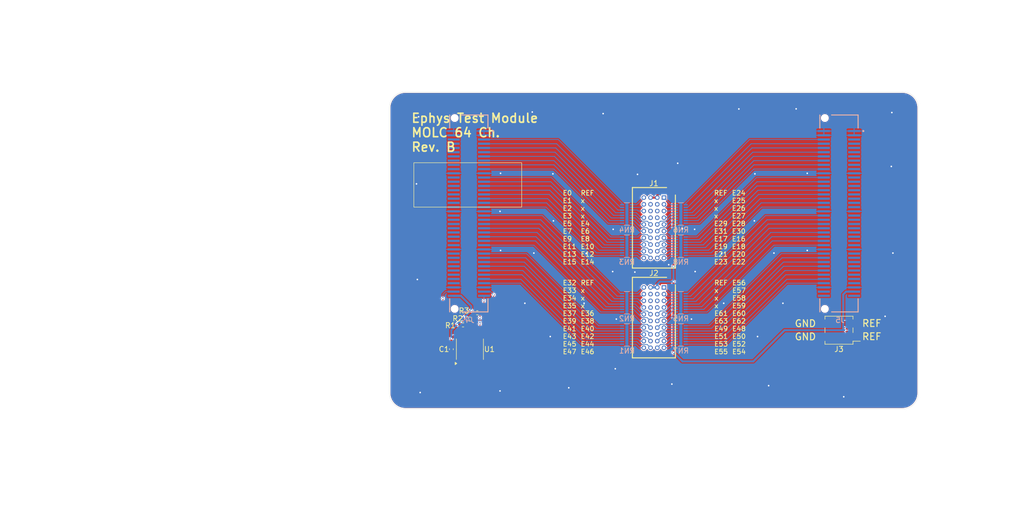
<source format=kicad_pcb>
(kicad_pcb (version 20241229) (generator "pcbnew") (generator_version "9.0")
  (title_block (title "Ephys Test Module - 64 Channel (MOLC)") (rev "B") (company "Open Ephys, Inc.") (comment 1 "Jonathan P. Newman"))
  (layers (0 "F.Cu" signal) (2 "B.Cu" signal) (13 "F.Paste" user) (15 "B.Paste" user) (5 "F.SilkS" user "F.Silkscreen") (7 "B.SilkS" user "B.Silkscreen") (1 "F.Mask" user) (3 "B.Mask" user) (25 "Edge.Cuts" user))
  (net 0 "")
  (net 1 "GND")
  (net 2 "VCC")
  (net 3 "/Headstage Interface/B5.E_{0}")
  (net 4 "/Headstage Interface/B5.E_{2}")
  (net 5 "/Headstage Interface/B4.E_{2}")
  (net 6 "/Headstage Interface/B6.E_{2}")
  (net 7 "/Headstage Interface/B7.E_{0}")
  (net 8 "/Headstage Interface/B7.E_{4}")
  (net 9 "/Headstage Interface/B4.E_{6}")
  (net 10 "/Headstage Interface/B7.E_{6}")
  (net 11 "/Headstage Interface/B7.E_{2}")
  (net 12 "/Headstage Interface/B6.E_{0}")
  (net 13 "/Headstage Interface/B4.E_{4}")
  (net 14 "/Headstage Interface/B4.E_{0}")
  (net 15 "/Headstage Interface/B6.E_{6}")
  (net 16 "/Headstage Interface/B5.E_{6}")
  (net 17 "/Headstage Interface/B6.E_{4}")
  (net 18 "/Headstage Interface/B5.E_{4}")
  (net 19 "/Headstage Interface/B1.E_{3}")
  (net 20 "/Headstage Interface/B1.E_{6}")
  (net 21 "/Headstage Interface/B1.E_{4}")
  (net 22 "/Headstage Interface/B0.E_{7}")
  (net 23 "/Headstage Interface/B0.E_{6}")
  (net 24 "/Headstage Interface/B0.E_{1}")
  (net 25 "/Headstage Interface/B3.E_{3}")
  (net 26 "/Headstage Interface/B1.E_{5}")
  (net 27 "/Headstage Interface/B0.E_{4}")
  (net 28 "/Headstage Interface/B2.E_{4}")
  (net 29 "/Headstage Interface/B0.E_{3}")
  (net 30 "/Headstage Interface/B0.E_{2}")
  (net 31 "/Headstage Interface/B2.E_{3}")
  (net 32 "/Headstage Interface/B3.E_{6}")
  (net 33 "/Headstage Interface/B3.E_{2}")
  (net 34 "/Headstage Interface/B2.E_{1}")
  (net 35 "/Headstage Interface/B3.E_{1}")
  (net 36 "/Headstage Interface/B3.E_{0}")
  (net 37 "/Headstage Interface/B2.E_{2}")
  (net 38 "/Headstage Interface/B1.E_{1}")
  (net 39 "/Headstage Interface/B2.E_{5}")
  (net 40 "/Headstage Interface/B3.E_{5}")
  (net 41 "/Headstage Interface/B0.E_{0}")
  (net 42 "/Headstage Interface/B1.E_{0}")
  (net 43 "/Headstage Interface/B3.E_{4}")
  (net 44 "/Headstage Interface/B2.E_{0}")
  (net 45 "/Headstage Interface/B1.E_{7}")
  (net 46 "/Headstage Interface/B2.E_{6}")
  (net 47 "/Headstage Interface/B2.E_{7}")
  (net 48 "/Headstage Interface/B3.E_{7}")
  (net 49 "/Headstage Interface/B1.E_{2}")
  (net 50 "/Headstage Interface/B0.E_{5}")
  (net 51 "/Headstage Interface/B14.E_{6}")
  (net 52 "/Headstage Interface/B8.E_{2}")
  (net 53 "/Test Signal Interface/SDA")
  (net 54 "/Headstage Interface/B12.E_{1}")
  (net 55 "/Headstage Interface/B10.E_{4}")
  (net 56 "/Headstage Interface/B8.E_{7}")
  (net 57 "/Test Signal Interface/SCL")
  (net 58 "/Headstage Interface/B14.E_{7}")
  (net 59 "/Headstage Interface/B8.E_{3}")
  (net 60 "/Headstage Interface/B11.E_{5}")
  (net 61 "/Headstage Interface/B15.E_{4}")
  (net 62 "/Headstage Interface/B12.E_{0}")
  (net 63 "/Headstage Interface/B8.E_{4}")
  (net 64 "/Headstage Interface/B13.E_{5}")
  (net 65 "/Headstage Interface/B15.E_{5}")
  (net 66 "/Headstage Interface/B9.E_{1}")
  (net 67 "/Headstage Interface/B8.E_{0}")
  (net 68 "/Headstage Interface/B15.E_{6}")
  (net 69 "/Headstage Interface/B12.E_{2}")
  (net 70 "/Headstage Interface/B9.E_{0}")
  (net 71 "/Headstage Interface/B9.E_{5}")
  (net 72 "/Headstage Interface/B10.E_{3}")
  (net 73 "/Headstage Interface/B11.E_{4}")
  (net 74 "/Headstage Interface/B12.E_{4}")
  (net 75 "/Headstage Interface/B12.E_{6}")
  (net 76 "/Headstage Interface/B13.E_{7}")
  (net 77 "/Headstage Interface/B10.E_{1}")
  (net 78 "/Headstage Interface/B10.E_{2}")
  (net 79 "/Headstage Interface/B13.E_{6}")
  (net 80 "/Headstage Interface/B15.E_{3}")
  (net 81 "/Headstage Interface/B12.E_{5}")
  (net 82 "/Headstage Interface/B14.E_{3}")
  (net 83 "/Headstage Interface/B10.E_{7}")
  (net 84 "/Headstage Interface/B9.E_{3}")
  (net 85 "/Headstage Interface/B13.E_{1}")
  (net 86 "/Headstage Interface/B9.E_{4}")
  (net 87 "/Headstage Interface/B14.E_{0}")
  (net 88 "/Headstage Interface/B11.E_{0}")
  (net 89 "/Headstage Interface/B14.E_{4}")
  (net 90 "/Headstage Interface/B13.E_{3}")
  (net 91 "/Headstage Interface/B11.E_{6}")
  (net 92 "/Headstage Interface/B9.E_{6}")
  (net 93 "/Headstage Interface/B14.E_{2}")
  (net 94 "/Headstage Interface/B14.E_{1}")
  (net 95 "/Headstage Interface/B15.E_{0}")
  (net 96 "/Headstage Interface/B8.E_{1}")
  (net 97 "/Headstage Interface/B15.E_{2}")
  (net 98 "/Headstage Interface/B13.E_{4}")
  (net 99 "/Headstage Interface/B13.E_{0}")
  (net 100 "/Headstage Interface/B11.E_{1}")
  (net 101 "/Headstage Interface/B15.E_{1}")
  (net 102 "/Headstage Interface/B15.E_{7}")
  (net 103 "/Headstage Interface/B8.E_{6}")
  (net 104 "/Headstage Interface/B11.E_{3}")
  (net 105 "/Headstage Interface/B9.E_{7}")
  (net 106 "/Headstage Interface/B14.E_{5}")
  (net 107 "/Headstage Interface/B9.E_{2}")
  (net 108 "/Headstage Interface/B8.E_{5}")
  (net 109 "/Headstage Interface/B13.E_{2}")
  (net 110 "/Headstage Interface/B11.E_{7}")
  (net 111 "/Headstage Interface/B10.E_{6}")
  (net 112 "/Headstage Interface/B10.E_{0}")
  (net 113 "/Headstage Interface/B12.E_{3}")
  (net 114 "/Headstage Interface/B12.E_{7}")
  (net 115 "/Headstage Interface/B10.E_{5}")
  (net 116 "/Headstage Interface/B11.E_{2}")
  (net 117 "/Test Signal Interface/WP")
  (net 123 "/Headstage Interface/B5.E_{1}")
  (net 124 "/Headstage Interface/B4.E_{7}")
  (net 125 "/Headstage Interface/B4.E_{5}")
  (net 126 "/Headstage Interface/B5.E_{3}")
  (net 127 "/Headstage Interface/B5.E_{5}")
  (net 128 "/Headstage Interface/B4.E_{1}")
  (net 129 "/Headstage Interface/B4.E_{3}")
  (net 130 "/Headstage Interface/B5.E_{7}")
  (net 131 "REF")
  (net 132 "/Headstage Interface/B6.E_{3}")
  (net 133 "/Headstage Interface/B7.E_{3}")
  (net 134 "/Headstage Interface/B6.E_{1}")
  (net 135 "/Headstage Interface/B7.E_{7}")
  (net 136 "/Headstage Interface/B6.E_{7}")
  (net 137 "/Headstage Interface/B7.E_{1}")
  (net 138 "/Headstage Interface/B6.E_{5}")
  (net 139 "/Headstage Interface/B7.E_{5}")
  (net 150 "/Headstage Interface/E9")
  (net 151 "/Headstage Interface/E7")
  (net 152 "/Headstage Interface/E17")
  (net 153 "/Headstage Interface/E27")
  (net 154 "/Headstage Interface/E5")
  (net 155 "/Headstage Interface/E24")
  (net 156 "/Headstage Interface/E21")
  (net 157 "/Headstage Interface/E11")
  (net 158 "/Headstage Interface/E22")
  (net 159 "/Headstage Interface/E18")
  (net 160 "/Headstage Interface/E31")
  (net 161 "/Headstage Interface/E14")
  (net 162 "/Headstage Interface/E10")
  (net 163 "/Headstage Interface/E2")
  (net 164 "/Headstage Interface/E4")
  (net 165 "/Headstage Interface/E20")
  (net 166 "/Headstage Interface/E13")
  (net 167 "/Headstage Interface/E19")
  (net 168 "/Headstage Interface/E1")
  (net 169 "/Headstage Interface/E30")
  (net 170 "/Headstage Interface/E26")
  (net 171 "/Headstage Interface/E3")
  (net 172 "/Headstage Interface/E8")
  (net 173 "/Headstage Interface/E23")
  (net 174 "/Headstage Interface/E28")
  (net 175 "/Headstage Interface/E25")
  (net 176 "/Headstage Interface/E0")
  (net 177 "/Headstage Interface/E29")
  (net 178 "/Headstage Interface/E15")
  (net 179 "/Headstage Interface/E12")
  (net 180 "/Headstage Interface/E6")
  (net 181 "/Headstage Interface/E16")
  (net 182 "/Headstage Interface/E59")
  (net 183 "/Headstage Interface/E61")
  (net 184 "/Headstage Interface/E46")
  (net 185 "/Headstage Interface/E52")
  (net 186 "/Headstage Interface/E47")
  (net 187 "/Headstage Interface/E35")
  (net 188 "/Headstage Interface/E58")
  (net 189 "/Headstage Interface/E38")
  (net 190 "/Headstage Interface/E34")
  (net 191 "/Headstage Interface/E32")
  (net 192 "/Headstage Interface/E44")
  (net 193 "/Headstage Interface/E63")
  (net 194 "/Headstage Interface/E48")
  (net 195 "/Headstage Interface/E56")
  (net 196 "/Headstage Interface/E53")
  (net 197 "/Headstage Interface/E60")
  (net 198 "/Headstage Interface/E49")
  (net 199 "/Headstage Interface/E41")
  (net 200 "/Headstage Interface/E50")
  (net 201 "/Headstage Interface/E45")
  (net 202 "/Headstage Interface/E55")
  (net 203 "/Headstage Interface/E42")
  (net 204 "/Headstage Interface/E43")
  (net 205 "/Headstage Interface/E40")
  (net 206 "/Headstage Interface/E37")
  (net 207 "/Headstage Interface/E62")
  (net 208 "/Headstage Interface/E54")
  (net 209 "/Headstage Interface/E51")
  (net 210 "/Headstage Interface/E57")
  (net 211 "/Headstage Interface/E39")
  (net 212 "/Headstage Interface/E33")
  (net 213 "/Headstage Interface/E36")
  (footprint "Connector_PinHeader_2.54mm:PinHeader_2x02_P2.54mm_Vertical_SMD" (layer "F.Cu") (at 193 122.1 180)
    (property "Reference" "J3")
    (property "Value" "Conn_02x02_Odd_Even" (hide yes))
  )
  (footprint "Resistor_SMD:R_0402_1005Metric" (layer "F.Cu") (at 123.2 120)
    (property "Reference" "R2")
    (property "Value" "1k" (hide yes))
  )
  (footprint "jonnew:SAMTEC_MOLC-110-01-S-Q" (layer "F.Cu") (at 158 102.715 -90)
    (property "Reference" "J1")
    (property "Value" "MOLC-110-01-S-Q_1" (hide yes))
  )
  (footprint "LOGO" (layer "F.Cu") (at 194 87)
    (property "Reference" "G***" (hide yes))
    (property "Value" "LOGO" (hide yes))
  )
  (footprint "Resistor_SMD:R_0402_1005Metric" (layer "F.Cu") (at 121.9 121.1)
    (property "Reference" "R1")
    (property "Value" "1k" (hide yes))
  )
  (footprint "open-ephys:OEPS_SN-STICKER-8x20mm" (layer "F.Cu") (at 122.8 94.6)
    (property "Reference" "H1" (hide yes))
    (property "Value" "~" (hide yes))
  )
  (footprint "Package_SO:SOIC-8_3.9x4.9mm_P1.27mm" (layer "F.Cu") (at 123.2 125.7 90)
    (property "Reference" "U1")
    (property "Value" "AT24C64D-SSHM-T" (hide yes))
  )
  (footprint "Resistor_SMD:R_0402_1005Metric" (layer "F.Cu") (at 124.6 118.8)
    (property "Reference" "R3")
    (property "Value" "1k" (hide yes))
  )
  (footprint "jonnew:SAMTEC_MOLC-110-01-S-Q" (layer "F.Cu") (at 158 119.715 -90)
    (property "Reference" "J2")
    (property "Value" "MOLC-110-01-S-Q_1" (hide yes))
  )
  (footprint "Capacitor_SMD:C_0402_1005Metric" (layer "F.Cu") (at 119.7 125.7 -90)
    (property "Reference" "C1")
    (property "Value" "100nF" (hide yes))
  )
  (footprint "jonnew:SAMTEC_BSE-040-01-X-D-A" (layer "B.Cu") (at 123 100 -90)
    (property "Reference" "J4")
    (property "Value" "BSE-040-01-F-D-A-TR" (hide yes))
  )
  (footprint "Resistor_SMD:R_Array_Convex_8x0602" (layer "B.Cu") (at 152.9 116.9)
    (property "Reference" "RN2")
    (property "Value" "220k" (hide yes))
  )
  (footprint "Resistor_SMD:R_Array_Convex_8x0602" (layer "B.Cu") (at 163.1 116.9)
    (property "Reference" "RN5")
    (property "Value" "220k" (hide yes))
  )
  (footprint "Resistor_SMD:R_Array_Convex_8x0602" (layer "B.Cu") (at 163.1 123)
    (property "Reference" "RN7")
    (property "Value" "220k" (hide yes))
  )
  (footprint "Resistor_SMD:R_Array_Convex_8x0602" (layer "B.Cu") (at 152.9 123)
    (property "Reference" "RN1")
    (property "Value" "220k" (hide yes))
  )
  (footprint "Resistor_SMD:R_Array_Convex_8x0602" (layer "B.Cu") (at 152.9 106.2)
    (property "Reference" "RN3")
    (property "Value" "220k" (hide yes))
  )
  (footprint "Resistor_SMD:R_Array_Convex_8x0602" (layer "B.Cu") (at 152.9 100.1)
    (property "Reference" "RN4")
    (property "Value" "220k" (hide yes))
  )
  (footprint "Resistor_SMD:R_Array_Convex_8x0602" (layer "B.Cu") (at 163.1 100.1)
    (property "Reference" "RN6")
    (property "Value" "220k" (hide yes))
  )
  (footprint "jonnew:SAMTEC_BSE-040-01-X-D-A" (layer "B.Cu") (at 193 100 -90)
    (property "Reference" "J5")
    (property "Value" "BSE-040-01-F-D-A-TR" (hide yes))
  )
  (footprint "Resistor_SMD:R_Array_Convex_8x0602" (layer "B.Cu") (at 163.1 106.2)
    (property "Reference" "RN8")
    (property "Value" "220k" (hide yes))
  )
  (gr_line (start 205 137) (end 111 137) (stroke (width 0.05)) (layer "Edge.Cuts"))
  (gr_line (start 108 134) (end 108 80) (stroke (width 0.05)) (layer "Edge.Cuts"))
  (gr_arc (start 111 137) (mid 108.87868 136.12132) (end 108 134) (stroke (width 0.05)) (layer "Edge.Cuts"))
  (gr_arc (start 108 80) (mid 108.87868 77.87868) (end 111 77) (stroke (width 0.05)) (layer "Edge.Cuts"))
  (gr_arc (start 205 77) (mid 207.12132 77.87868) (end 208 80) (stroke (width 0.05)) (layer "Edge.Cuts"))
  (gr_arc (start 208 134) (mid 207.12132 136.12132) (end 205 137) (stroke (width 0.05)) (layer "Edge.Cuts"))
  (gr_line (start 111 77) (end 205 77) (stroke (width 0.05)) (layer "Edge.Cuts"))
  (gr_line (start 208 80) (end 208 134) (stroke (width 0.05)) (layer "Edge.Cuts"))
  (gr_text "GND" (at 186.65 120.83 0) (layer "F.SilkS") (effects (font (size 1.3 1.3) (thickness 0.2))))
  (gr_text "REF" (at 199.2 120.8 0) (layer "F.SilkS") (effects (font (size 1.3 1.3) (thickness 0.2))))
  (gr_text "REF	E24\nx	E25\nx	E26\nx	E27\nE29	E28\nE31	E30\nE17	E16\nE19	E18\nE21	E20\nE23	E22\n" (at 169.3 109.7 0) (layer "F.SilkS") (effects (font (size 0.9 0.9)) (justify left bottom)))
  (gr_text "E32	REF\nE33	x\nE34	x\nE35	x\nE37	E36\nE39	E38\nE41	E40\nE43	E42\nE45	E44\nE47	E46\n" (at 140.7 126.7 0) (layer "F.SilkS") (effects (font (size 0.9 0.9)) (justify left bottom)))
  (gr_text "E0	REF\nE1	x\nE2	x\nE3	x\nE5	E4\nE7	E6\nE9	E8\nE11	E10\nE13	E12\nE15	E14\n" (at 140.7 109.7 0) (layer "F.SilkS") (effects (font (size 0.9 0.9)) (justify left bottom)))
  (gr_text "REF" (at 199.2 123.3 0) (layer "F.SilkS") (effects (font (size 1.3 1.3) (thickness 0.2))))
  (gr_text "REF	E56\nx	E57\nx	E58\nx	E59\nE61	E60\nE63	E62\nE49	E48\nE51	E50\nE53	E52\nE55	E54\n" (at 169.35 126.7 0) (layer "F.SilkS") (effects (font (size 0.9 0.9)) (justify left bottom)))
  (gr_text "GND" (at 186.65 123.33 0) (layer "F.SilkS") (effects (font (size 1.3 1.3) (thickness 0.2))))
  (gr_text "Ephys Test Module\nMOLC 64 Ch.\nRev. B" (at 112 84.7 0) (layer "F.SilkS") (effects (font (size 1.7 1.7) (thickness 0.3) (bold yes)) (justify left)))
  (via (at 150.2 111) (size 0.45) (drill 0.3) (layers "F.Cu" "B.Cu") (net 1))
  (via (at 201.725 119.47) (size 0.45) (drill 0.3) (layers "F.Cu" "B.Cu") (net 1))
  (via (at 171.2 117) (size 0.45) (drill 0.3) (layers "F.Cu" "B.Cu") (net 1))
  (via (at 113.5 81.7) (size 0.45) (drill 0.3) (layers "F.Cu" "B.Cu") (net 1))
  (via (at 177.1 92.5) (size 0.45) (drill 0.3) (layers "F.Cu" "B.Cu") (net 1))
  (via (at 128.9 99.6) (size 0.45) (drill 0.3) (layers "F.Cu" "B.Cu") (net 1))
  (via (at 113.269807 112.5) (size 0.45) (drill 0.3) (layers "F.Cu" "B.Cu") (net 1))
  (via (at 133.6 117) (size 0.45) (drill 0.3) (layers "F.Cu" "B.Cu") (net 1))
  (via (at 165.7 103) (size 0.45) (drill 0.3) (layers "F.Cu" "B.Cu") (net 1))
  (via (at 161.4 132.3) (size 0.45) (drill 0.3) (layers "F.Cu" "B.Cu") (net 1))
  (via (at 135 80.8) (size 0.45) (drill 0.3) (layers "F.Cu" "B.Cu") (net 1))
  (via (at 138.4 123.3) (size 0.45) (drill 0.3) (layers "F.Cu" "B.Cu") (net 1))
  (via (at 162.5 90.5) (size 0.45) (drill 0.3) (layers "F.Cu" "B.Cu") (net 1))
  (via (at 148.4 81.1) (size 0.45) (drill 0.3) (layers "F.Cu" "B.Cu") (net 1))
  (via (at 135.3 107.5) (size 0.45) (drill 0.3) (layers "F.Cu" "B.Cu") (net 1))
  (via (at 180.7 107.5) (size 0.45) (drill 0.3) (layers "F.Cu" "B.Cu") (net 1))
  (via (at 113.8 133.9) (size 0.45) (drill 0.3) (layers "F.Cu" "B.Cu") (net 1))
  (via (at 145.2 107.6) (size 0.45) (drill 0.3) (layers "F.Cu" "B.Cu") (net 1))
  (via (at 187 107) (size 0.45) (drill 0.3) (layers "F.Cu" "B.Cu") (net 1))
  (via (at 179.7 132.6) (size 0.45) (drill 0.3) (layers "F.Cu" "B.Cu") (net 1))
  (via (at 203.2 107.5) (size 0.45) (drill 0.3) (layers "F.Cu" "B.Cu") (net 1))
  (via (at 138.9 92.5) (size 0.45) (drill 0.3) (layers "F.Cu" "B.Cu") (net 1))
  (via (at 177.6 123.3) (size 0.45) (drill 0.3) (layers "F.Cu" "B.Cu") (net 1))
  (via (at 165.8 111) (size 0.45) (drill 0.3) (layers "F.Cu" "B.Cu") (net 1))
  (via (at 150.3 103) (size 0.45) (drill 0.3) (layers "F.Cu" "B.Cu") (net 1))
  (via (at 139 101.4) (size 0.45) (drill 0.3) (layers "F.Cu" "B.Cu") (net 1))
  (via (at 160.8 109.7) (size 0.45) (drill 0.3) (layers "F.Cu" "B.Cu") (net 1))
  (via (at 128.9 133.6) (size 0.45) (drill 0.3) (layers "F.Cu" "B.Cu") (net 1))
  (via (at 144.8 117) (size 0.45) (drill 0.3) (layers "F.Cu" "B.Cu") (net 1))
  (via (at 170.8 107.6) (size 0.45) (drill 0.3) (layers "F.Cu" "B.Cu") (net 1))
  (via (at 113.1 94.4) (size 0.45) (drill 0.3) (layers "F.Cu" "B.Cu") (net 1))
  (via (at 165.1 120) (size 0.45) (drill 0.3) (layers "F.Cu" "B.Cu") (net 1))
  (via (at 203 80.9) (size 0.45) (drill 0.3) (layers "F.Cu" "B.Cu") (net 1))
  (via (at 154.4 111.1) (size 0.45) (drill 0.3) (layers "F.Cu" "B.Cu") (net 1))
  (via (at 193.9 134.7) (size 0.45) (drill 0.3) (layers "F.Cu" "B.Cu") (net 1))
  (via (at 154.9 92.6) (size 0.45) (drill 0.3) (layers "F.Cu" "B.Cu") (net 1))
  (via (at 163.4 102.9) (size 0.45) (drill 0.3) (layers "F.Cu" "B.Cu") (net 1))
  (via (at 202.9 91.1) (size 0.45) (drill 0.3) (layers "F.Cu" "B.Cu") (net 1))
  (via (at 129 107) (size 0.45) (drill 0.3) (layers "F.Cu" "B.Cu") (net 1))
  (via (at 129 92.4) (size 0.45) (drill 0.3) (layers "F.Cu" "B.Cu") (net 1))
  (via (at 150.9 120) (size 0.45) (drill 0.3) (layers "F.Cu" "B.Cu") (net 1))
  (via (at 184.9 80.2) (size 0.45) (drill 0.3) (layers "F.Cu" "B.Cu") (net 1))
  (via (at 174.067445 80.221652) (size 0.45) (drill 0.3) (layers "F.Cu" "B.Cu") (net 1))
  (via (at 150.7 129.4) (size 0.45) (drill 0.3) (layers "F.Cu" "B.Cu") (net 1))
  (via (at 187 92.4) (size 0.45) (drill 0.3) (layers "F.Cu" "B.Cu") (net 1))
  (via (at 141.9 133) (size 0.45) (drill 0.3) (layers "F.Cu" "B.Cu") (net 1))
  (via (at 182.4 117) (size 0.45) (drill 0.3) (layers "F.Cu" "B.Cu") (net 1))
  (via (at 177 101.4) (size 0.45) (drill 0.3) (layers "F.Cu" "B.Cu") (net 1))
  (segment (start 119.7 125.22) (end 119.7 123.7) (width 0.4) (layer "F.Cu") (net 2))
  (segment (start 122.6 120) (end 122.2 119.6) (width 0.15) (layer "F.Cu") (net 2))
  (segment (start 120.9 121.1) (end 120.8 121) (width 0.15) (layer "F.Cu") (net 2))
  (segment (start 121.39 121.1) (end 120.9 121.1) (width 0.15) (layer "F.Cu") (net 2))
  (segment (start 123.9 118.8) (end 123.45 118.35) (width 0.15) (layer "F.Cu") (net 2))
  (segment (start 120.175 123.225) (end 119.7 123.7) (width 0.4) (layer "F.Cu") (net 2))
  (segment (start 121.295 123.225) (end 120.175 123.225) (width 0.4) (layer "F.Cu") (net 2))
  (via (at 120.8 121) (size 0.45) (drill 0.3) (layers "F.Cu" "B.Cu") (net 2))
  (via (at 123.45 118.35) (size 0.45) (drill 0.3) (layers "F.Cu" "B.Cu") (net 2))
  (via (at 119.7 123.7) (size 0.45) (drill 0.3) (layers "F.Cu" "B.Cu") (net 2))
  (via (at 122.2 119.6) (size 0.45) (drill 0.3) (layers "F.Cu" "B.Cu") (net 2))
  (segment (start 119.7 122.1) (end 119.7 123.7) (width 0.4) (layer "B.Cu") (net 2))
  (segment (start 123.45 118.35) (end 123.45 117.55) (width 0.4) (layer "B.Cu") (net 2))
  (segment (start 122.2 119.6) (end 123.45 118.35) (width 0.4) (layer "B.Cu") (net 2))
  (segment (start 121.5 115.6) (end 120.1365 115.6) (width 0.4) (layer "B.Cu") (net 2))
  (segment (start 123.45 117.55) (end 121.5 115.6) (width 0.4) (layer "B.Cu") (net 2))
  (segment (start 119.7 122.1) (end 120.8 121) (width 0.4) (layer "B.Cu") (net 2))
  (segment (start 120.8 121) (end 122.2 119.6) (width 0.4) (layer "B.Cu") (net 2))
  (segment (start 149.85 104.45) (end 152 104.45) (width 0.15) (layer "B.Cu") (net 3))
  (segment (start 138.6 93.2) (end 149.85 104.45) (width 0.15) (layer "B.Cu") (net 3))
  (segment (start 125.8635 93.2) (end 138.6 93.2) (width 0.15) (layer "B.Cu") (net 3))
  (segment (start 152 105.45) (end 149.149998 105.45) (width 0.15) (layer "B.Cu") (net 4))
  (segment (start 149.149998 105.45) (end 138.499998 94.8) (width 0.15) (layer "B.Cu") (net 4))
  (segment (start 138.499998 94.8) (end 125.8635 94.8) (width 0.15) (layer "B.Cu") (net 4))
  (segment (start 125.8635 87.6) (end 139.450002 87.6) (width 0.15) (layer "B.Cu") (net 5))
  (segment (start 151.200002 99.35) (end 139.450002 87.6) (width 0.15) (layer "B.Cu") (net 5))
  (segment (start 152 99.35) (end 151.200002 99.35) (width 0.15) (layer "B.Cu") (net 5))
  (segment (start 136.399998 102) (end 125.8635 102) (width 0.15) (layer "B.Cu") (net 6))
  (segment (start 136.399998 102) (end 150.549998 116.15) (width 0.15) (layer "B.Cu") (net 6))
  (segment (start 152 116.15) (end 150.549998 116.15) (width 0.15) (layer "B.Cu") (net 6))
  (segment (start 152 121.25) (end 147.55 121.25) (width 0.15) (layer "B.Cu") (net 7))
  (segment (start 147.55 121.25) (end 133.9 107.6) (width 0.15) (layer "B.Cu") (net 7))
  (segment (start 133.9 107.6) (end 125.8635 107.6) (width 0.15) (layer "B.Cu") (net 7))
  (segment (start 125.8635 110.8) (end 133.2 110.8) (width 0.15) (layer "B.Cu") (net 8))
  (segment (start 133.2 110.8) (end 145.65 123.25) (width 0.15) (layer "B.Cu") (net 8))
  (segment (start 152 123.25) (end 145.65 123.25) (width 0.15) (layer "B.Cu") (net 8))
  (segment (start 152 101.35) (end 149.648578 101.35) (width 0.15) (layer "B.Cu") (net 9))
  (segment (start 149.648578 101.35) (end 139.098578 90.8) (width 0.15) (layer "B.Cu") (net 9))
  (segment (start 139.098578 90.8) (end 125.8635 90.8) (width 0.15) (layer "B.Cu") (net 9))
  (segment (start 132.868252 112.46825) (end 144.650002 124.25) (width 0.15) (layer "B.Cu") (net 10))
  (segment (start 125.93175 112.46825) (end 132.868252 112.46825) (width 0.15) (layer "B.Cu") (net 10))
  (segment (start 152 124.25) (end 144.650002 124.25) (width 0.15) (layer "B.Cu") (net 10))
  (segment (start 133.5 109.2) (end 146.55 122.25) (width 0.15) (layer "B.Cu") (net 11))
  (segment (start 146.55 122.25) (end 152 122.25) (width 0.15) (layer "B.Cu") (net 11))
  (segment (start 125.8635 109.2) (end 133.5 109.2) (width 0.15) (layer "B.Cu") (net 11))
  (segment (start 152 115.15) (end 151.65 115.15) (width 0.15) (layer "B.Cu") (net 12))
  (segment (start 151.65 115.15) (end 136.9 100.4) (width 0.15) (layer "B.Cu") (net 12))
  (segment (start 136.9 100.4) (end 125.8635 100.4) (width 0.15) (layer "B.Cu") (net 12))
  (segment (start 139.2 89.2) (end 150.35 100.35) (width 0.15) (layer "B.Cu") (net 13))
  (segment (start 152 100.35) (end 150.35 100.35) (width 0.15) (layer "B.Cu") (net 13))
  (segment (start 125.8635 89.2) (end 139.2 89.2) (width 0.15) (layer "B.Cu") (net 13))
  (segment (start 125.8635 86) (end 139.9 86) (width 0.15) (layer "B.Cu") (net 14))
  (segment (start 152 98.35) (end 152 98.1) (width 0.15) (layer "B.Cu") (net 14))
  (segment (start 152 98.1) (end 139.9 86) (width 0.15) (layer "B.Cu") (net 14))
  (segment (start 135.6 105.2) (end 148.55 118.15) (width 0.15) (layer "B.Cu") (net 15))
  (segment (start 135.6 105.2) (end 125.8635 105.2) (width 0.15) (layer "B.Cu") (net 15))
  (segment (start 152 118.15) (end 148.55 118.15) (width 0.15) (layer "B.Cu") (net 15))
  (segment (start 147.15 107.45) (end 152 107.45) (width 0.15) (layer "B.Cu") (net 16))
  (segment (start 125.8635 98) (end 137.7 98) (width 0.15) (layer "B.Cu") (net 16))
  (segment (start 137.7 98) (end 147.15 107.45) (width 0.15) (layer "B.Cu") (net 16))
  (segment (start 135.9 103.6) (end 149.45 117.15) (width 0.15) (layer "B.Cu") (net 17))
  (segment (start 152 117.15) (end 149.45 117.15) (width 0.15) (layer "B.Cu") (net 17))
  (segment (start 135.9 103.6) (end 125.8635 103.6) (width 0.15) (layer "B.Cu") (net 17))
  (segment (start 148.249998 106.45) (end 152 106.45) (width 0.15) (layer "B.Cu") (net 18))
  (segment (start 138.199998 96.4) (end 148.249998 106.45) (width 0.15) (layer "B.Cu") (net 18))
  (segment (start 125.8635 96.4) (end 138.199998 96.4) (width 0.15) (layer "B.Cu") (net 18))
  (segment (start 176.549998 87.6) (end 190.1365 87.6) (width 0.15) (layer "B.Cu") (net 52))
  (segment (start 164.799998 99.35) (end 176.549998 87.6) (width 0.15) (layer "B.Cu") (net 52))
  (segment (start 164 99.35) (end 164.799998 99.35) (width 0.15) (layer "B.Cu") (net 52))
  (segment (start 125.8635 116.5365) (end 125.8635 118.4365) (width 0.15) (layer "F.Cu") (net 53))
  (segment (start 125.8635 118.4365) (end 125.5 118.8) (width 0.15) (layer "F.Cu") (net 53))
  (segment (start 125.11 119.39) (end 125.11 118.8) (width 0.15) (layer "F.Cu") (net 53))
  (segment (start 125.1 119.4) (end 125.11 119.39) (width 0.15) (layer "F.Cu") (net 53))
  (segment (start 125.105 123.225) (end 125.105 120.905) (width 0.15) (layer "F.Cu") (net 53))
  (segment (start 125.1 119.7) (end 125.1 119.4) (width 0.15) (layer "F.Cu") (net 53))
  (segment (start 125.5 118.8) (end 125.11 118.8) (width 0.15) (layer "F.Cu") (net 53))
  (segment (start 125.105 120.905) (end 125.1 120.9) (width 0.15) (layer "F.Cu") (net 53))
  (via (at 125.8635 116.5365) (size 0.45) (drill 0.3) (layers "F.Cu" "B.Cu") (net 53))
  (via (at 125.1 120.9) (size 0.45) (drill 0.3) (layers "F.Cu" "B.Cu") (net 53))
  (via (at 125.1 119.7) (size 0.45) (drill 0.3) (layers "F.Cu" "B.Cu") (net 53))
  (segment (start 125.8635 116.5365) (end 125.8635 115.6) (width 0.15) (layer "B.Cu") (net 53))
  (segment (start 125.1 120.9) (end 125.1 119.7) (width 0.15) (layer "B.Cu") (net 53))
  (segment (start 180.1 103.6) (end 166.55 117.15) (width 0.15) (layer "B.Cu") (net 55))
  (segment (start 164 117.15) (end 166.55 117.15) (width 0.15) (layer "B.Cu") (net 55))
  (segment (start 180.1 103.6) (end 190.1365 103.6) (width 0.15) (layer "B.Cu") (net 55))
  (segment (start 164 101.85) (end 166.651422 101.85) (width 0.15) (layer "B.Cu") (net 56))
  (segment (start 166.651422 101.85) (end 176.901422 91.6) (width 0.15) (layer "B.Cu") (net 56))
  (segment (start 176.901422 91.6) (end 190.1365 91.6) (width 0.15) (layer "B.Cu") (net 56))
  (segment (start 123.91 120.2) (end 123.71 120) (width 0.15) (layer "F.Cu") (net 57))
  (segment (start 123.835 123.225) (end 123.835 120.125) (width 0.15) (layer "F.Cu") (net 57))
  (segment (start 127.7 115.4) (end 127.7 118.2) (width 0.15) (layer "F.Cu") (net 57))
  (segment (start 125.7 120.2) (end 123.91 120.2) (width 0.15) (layer "F.Cu") (net 57))
  (segment (start 127.7 118.2) (end 125.7 120.2) (width 0.15) (layer "F.Cu") (net 57))
  (via (at 127.7 115.4) (size 0.45) (drill 0.3) (layers "F.Cu" "B.Cu") (net 57))
  (segment (start 125.8635 114.8) (end 127.1 114.8) (width 0.15) (layer "B.Cu") (net 57))
  (segment (start 127.1 114.8) (end 127.7 115.4) (width 0.15) (layer "B.Cu") (net 57))
  (segment (start 176.699998 88.4) (end 190.1365 88.4) (width 0.15) (layer "B.Cu") (net 59))
  (segment (start 165.249998 99.85) (end 176.699998 88.4) (width 0.15) (layer "B.Cu") (net 59))
  (segment (start 164 99.85) (end 165.249998 99.85) (width 0.15) (layer "B.Cu") (net 59))
  (segment (start 182.95 111.6) (end 190.1365 111.6) (width 0.15) (layer "B.Cu") (net 60))
  (segment (start 182.95 111.6) (end 170.779 123.771) (width 0.15) (layer "B.Cu") (net 60))
  (segment (start 164.021 123.771) (end 170.779 123.771) (width 0.15) (layer "B.Cu") (net 60))
  (segment (start 176.8 89.2) (end 190.1365 89.2) (width 0.15) (layer "B.Cu") (net 63))
  (segment (start 165.65 100.35) (end 176.8 89.2) (width 0.15) (layer "B.Cu") (net 63))
  (segment (start 164 100.35) (end 165.65 100.35) (width 0.15) (layer "B.Cu") (net 63))
  (segment (start 164 104.95) (end 166.55 104.95) (width 0.15) (layer "B.Cu") (net 66))
  (segment (start 166.55 104.95) (end 177.5 94) (width 0.15) (layer "B.Cu") (net 66))
  (segment (start 177.5 94) (end 190.1365 94) (width 0.15) (layer "B.Cu") (net 66))
  (segment (start 164 98.35) (end 164 98.1) (width 0.15) (layer "B.Cu") (net 67))
  (segment (start 190.1365 86) (end 176.1 86) (width 0.15) (layer "B.Cu") (net 67))
  (segment (start 164 98.1) (end 176.1 86) (width 0.15) (layer "B.Cu") (net 67))
  (segment (start 164 104.45) (end 166.15 104.45) (width 0.15) (layer "B.Cu") (net 70))
  (segment (start 166.15 104.45) (end 177.4 93.2) (width 0.15) (layer "B.Cu") (net 70))
  (segment (start 190.1365 93.2) (end 177.4 93.2) (width 0.15) (layer "B.Cu") (net 70))
  (segment (start 178.1 97.2) (end 168.35 106.95) (width 0.15) (layer "B.Cu") (net 71))
  (segment (start 168.35 106.95) (end 164 106.95) (width 0.15) (layer "B.Cu") (net 71))
  (segment (start 190.1365 97.2) (end 178.1 97.2) (width 0.15) (layer "B.Cu") (net 71))
  (segment (start 179.8 102.8) (end 190.1365 102.8) (width 0.15) (layer "B.Cu") (net 72))
  (segment (start 179.8 102.8) (end 165.95 116.65) (width 0.15) (layer "B.Cu") (net 72))
  (segment (start 164 116.65) (end 165.95 116.65) (width 0.15) (layer "B.Cu") (net 72))
  (segment (start 164 123.25) (end 170.35 123.25) (width 0.15) (layer "B.Cu") (net 73))
  (segment (start 182.8 110.8) (end 170.35 123.25) (width 0.15) (layer "B.Cu") (net 73))
  (segment (start 190.1365 110.8) (end 182.8 110.8) (width 0.15) (layer "B.Cu") (net 73))
  (segment (start 164.95 115.65) (end 179.4 101.2) (width 0.15) (layer "B.Cu") (net 77))
  (segment (start 179.4 101.2) (end 190.1365 101.2) (width 0.15) (layer "B.Cu") (net 77))
  (segment (start 164 115.65) (end 164.95 115.65) (width 0.15) (layer "B.Cu") (net 77))
  (segment (start 179.600002 102) (end 190.1365 102) (width 0.15) (layer "B.Cu") (net 78))
  (segment (start 179.600002 102) (end 165.450002 116.15) (width 0.15) (layer "B.Cu") (net 78))
  (segment (start 164 116.15) (end 165.450002 116.15) (width 0.15) (layer "B.Cu") (net 78))
  (segment (start 180.7 106) (end 190.1365 106) (width 0.15) (layer "B.Cu") (net 83))
  (segment (start 164 118.65) (end 168.05 118.65) (width 0.15) (layer "B.Cu") (net 83))
  (segment (start 180.7 106) (end 168.05 118.65) (width 0.15) (layer "B.Cu") (net 83))
  (segment (start 164 105.95) (end 167.35 105.95) (width 0.15) (layer "B.Cu") (net 84))
  (segment (start 167.35 105.95) (end 177.7 95.6) (width 0.15) (layer "B.Cu") (net 84))
  (segment (start 177.7 95.6) (end 190.1365 95.6) (width 0.15) (layer "B.Cu") (net 84))
  (segment (start 177.800002 96.4) (end 167.750002 106.45) (width 0.15) (layer "B.Cu") (net 86))
  (segment (start 190.1365 96.4) (end 177.800002 96.4) (width 0.15) (layer "B.Cu") (net 86))
  (segment (start 167.750002 106.45) (end 164 106.45) (width 0.15) (layer "B.Cu") (net 86))
  (segment (start 164 121.25) (end 168.45 121.25) (width 0.15) (layer "B.Cu") (net 88))
  (segment (start 182.1 107.6) (end 190.1365 107.6) (width 0.15) (layer "B.Cu") (net 88))
  (segment (start 168.45 121.25) (end 182.1 107.6) (width 0.15) (layer "B.Cu") (net 88))
  (segment (start 164 124.25) (end 171.349998 124.25) (width 0.15) (layer "B.Cu") (net 91))
  (segment (start 190.06825 112.46825) (end 183.131748 112.46825) (width 0.15) (layer "B.Cu") (net 91))
  (segment (start 183.131748 112.46825) (end 171.349998 124.25) (width 0.15) (layer "B.Cu") (net 91))
  (segment (start 190.1365 98) (end 178.3 98) (width 0.15) (layer "B.Cu") (net 92))
  (segment (start 178.3 98) (end 168.85 107.45) (width 0.15) (layer "B.Cu") (net 92))
  (segment (start 168.85 107.45) (end 164 107.45) (width 0.15) (layer "B.Cu") (net 92))
  (segment (start 176.4 86.8) (end 190.1365 86.8) (width 0.15) (layer "B.Cu") (net 96))
  (segment (start 164.35 98.85) (end 176.4 86.8) (width 0.15) (layer "B.Cu") (net 96))
  (segment (start 164 98.85) (end 164.35 98.85) (width 0.15) (layer "B.Cu") (net 96))
  (segment (start 182.238461 108.4) (end 190.1365 108.4) (width 0.15) (layer "B.Cu") (net 100))
  (segment (start 168.888462 121.75) (end 182.238461 108.4) (width 0.15) (layer "B.Cu") (net 100))
  (segment (start 164 121.75) (end 168.888462 121.75) (width 0.15) (layer "B.Cu") (net 100))
  (segment (start 164 101.35) (end 166.351422 101.35) (width 0.15) (layer "B.Cu") (net 103))
  (segment (start 166.351422 101.35) (end 176.901422 90.8) (width 0.15) (layer "B.Cu") (net 103))
  (segment (start 176.901422 90.8) (end 190.1365 90.8) (width 0.15) (layer "B.Cu") (net 103))
  (segment (start 182.499998 110) (end 190.1365 110) (width 0.15) (layer "B.Cu") (net 104))
  (segment (start 164 122.75) (end 169.749998 122.75) (width 0.15) (layer "B.Cu") (net 104))
  (segment (start 182.499998 110) (end 169.749998 122.75) (width 0.15) (layer "B.Cu") (net 104))
  (segment (start 169.249998 107.95) (end 164 107.95) (width 0.15) (layer "B.Cu") (net 105))
  (segment (start 178.399998 98.8) (end 169.249998 107.95) (width 0.15) (layer "B.Cu") (net 105))
  (segment (start 190.1365 98.8) (end 178.399998 98.8) (width 0.15) (layer "B.Cu") (net 105))
  (segment (start 166.850002 105.45) (end 177.500002 94.8) (width 0.15) (layer "B.Cu") (net 107))
  (segment (start 177.500002 94.8) (end 190.1365 94.8) (width 0.15) (layer "B.Cu") (net 107))
  (segment (start 164 105.45) (end 166.850002 105.45) (width 0.15) (layer "B.Cu") (net 107))
  (segment (start 166.051424 100.85) (end 176.901424 90) (width 0.15) (layer "B.Cu") (net 108))
  (segment (start 176.901424 90) (end 190.1365 90) (width 0.15) (layer "B.Cu") (net 108))
  (segment (start 164 100.85) (end 166.051424 100.85) (width 0.15) (layer "B.Cu") (net 108))
  (segment (start 164 124.75) (end 171.65 124.75) (width 0.15) (layer "B.Cu") (net 110))
  (segment (start 183.2 113.2) (end 171.65 124.75) (width 0.15) (layer "B.Cu") (net 110))
  (segment (start 183.2 113.2) (end 190.1365 113.2) (width 0.15) (layer "B.Cu") (net 110))
  (segment (start 164 118.15) (end 167.45 118.15) (width 0.15) (layer "B.Cu") (net 111))
  (segment (start 180.4 105.2) (end 190.1365 105.2) (width 0.15) (layer "B.Cu") (net 111))
  (segment (start 180.4 105.2) (end 167.45 118.15) (width 0.15) (layer "B.Cu") (net 111))
  (segment (start 164 115.15) (end 164.35 115.15) (width 0.15) (layer "B.Cu") (net 112))
  (segment (start 179.1 100.4) (end 190.1365 100.4) (width 0.15) (layer "B.Cu") (net 112))
  (segment (start 164.35 115.15) (end 179.1 100.4) (width 0.15) (layer "B.Cu") (net 112))
  (segment (start 180.300002 104.4) (end 190.1365 104.4) (width 0.15) (layer "B.Cu") (net 115))
  (segment (start 180.300002 104.4) (end 167.050002 117.65) (width 0.15) (layer "B.Cu") (net 115))
  (segment (start 164 117.65) (end 167.050002 117.65) (width 0.15) (layer "B.Cu") (net 115))
  (segment (start 182.5 109.2) (end 169.45 122.25) (width 0.15) (layer "B.Cu") (net 116))
  (segment (start 169.45 122.25) (end 164 122.25) (width 0.15) (layer "B.Cu") (net 116))
  (segment (start 190.1365 109.2) (end 182.5 109.2) (width 0.15) (layer "B.Cu") (net 116))
  (segment (start 121.51 120.2) (end 122.41 121.1) (width 0.15) (layer "F.Cu") (net 117))
  (segment (start 118.1 118) (end 120.3 120.2) (width 0.15) (layer "F.Cu") (net 117))
  (segment (start 118.1 116.1) (end 118.1 118) (width 0.15) (layer "F.Cu") (net 117))
  (segment (start 122.565 123.225) (end 122.565 121.255) (width 0.15) (layer "F.Cu") (net 117))
  (segment (start 120.3 120.2) (end 121.51 120.2) (width 0.15) (layer "F.Cu") (net 117))
  (via (at 118.1 116.1) (size 0.45) (drill 0.3) (layers "F.Cu" "B.Cu") (net 117))
  (segment (start 118.1 115.3) (end 118.1 116.1) (width 0.15) (layer "B.Cu") (net 117))
  (segment (start 118.6 114.8) (end 120.1365 114.8) (width 0.15) (layer "B.Cu") (net 117))
  (segment (start 118.6 114.8) (end 118.1 115.3) (width 0.15) (layer "B.Cu") (net 117))
  (segment (start 138.5 94) (end 125.8635 94) (width 0.15) (layer "B.Cu") (net 123))
  (segment (start 149.45 104.95) (end 138.5 94) (width 0.15) (layer "B.Cu") (net 123))
  (segment (start 152 104.95) (end 149.45 104.95) (width 0.15) (layer "B.Cu") (net 123))
  (segment (start 152 101.85) (end 149.348578 101.85) (width 0.15) (layer "B.Cu") (net 124))
  (segment (start 149.348578 101.85) (end 139.098578 91.6) (width 0.15) (layer "B.Cu") (net 124))
  (segment (start 139.098578 91.6) (end 125.8635 91.6) (width 0.15) (layer "B.Cu") (net 124))
  (segment (start 152 100.85) (end 149.948576 100.85) (width 0.15) (layer "B.Cu") (net 125))
  (segment (start 139.098576 90) (end 125.8635 90) (width 0.15) (layer "B.Cu") (net 125))
  (segment (start 149.948576 100.85) (end 139.098576 90) (width 0.15) (layer "B.Cu") (net 125))
  (segment (start 152 105.95) (end 148.65 105.95) (width 0.15) (layer "B.Cu") (net 126))
  (segment (start 148.65 105.95) (end 138.3 95.6) (width 0.15) (layer "B.Cu") (net 126))
  (segment (start 138.3 95.6) (end 125.8635 95.6) (width 0.15) (layer "B.Cu") (net 126))
  (segment (start 125.8635 97.2) (end 137.9 97.2) (width 0.15) (layer "B.Cu") (net 127))
  (segment (start 147.65 106.95) (end 152 106.95) (width 0.15) (layer "B.Cu") (net 127))
  (segment (start 137.9 97.2) (end 147.65 106.95) (width 0.15) (layer "B.Cu") (net 127))
  (segment (start 152 98.85) (end 151.65 98.85) (width 0.15) (layer "B.Cu") (net 128))
  (segment (start 151.65 98.85) (end 139.6 86.8) (width 0.15) (layer "B.Cu") (net 128))
  (segment (start 125.8635 86.8) (end 139.6 86.8) (width 0.15) (layer "B.Cu") (net 128))
  (segment (start 139.300002 88.4) (end 150.750002 99.85) (width 0.15) (layer "B.Cu") (net 129))
  (segment (start 152 99.85) (end 150.750002 99.85) (width 0.15) (layer "B.Cu") (net 129))
  (segment (start 125.8635 88.4) (end 139.300002 88.4) (width 0.15) (layer "B.Cu") (net 129))
  (segment (start 125.8635 98.8) (end 137.600002 98.8) (width 0.15) (layer "B.Cu") (net 130))
  (segment (start 146.750002 107.95) (end 152 107.95) (width 0.15) (layer "B.Cu") (net 130))
  (segment (start 137.600002 98.8) (end 146.750002 107.95) (width 0.15) (layer "B.Cu") (net 130))
  (segment (start 159.4 95.8) (end 158.635 96.565) (width 0.4) (layer "F.Cu") (net 131))
  (segment (start 158.635 97) (end 157.365 97) (width 0.4) (layer "F.Cu") (net 131))
  (segment (start 160.7 95.8) (end 159.4 95.8) (width 0.4) (layer "F.Cu") (net 131))
  (segment (start 194.3 122.1) (end 194.3 122.055) (width 0.4) (layer "F.Cu") (net 131))
  (segment (start 194.3 122.055) (end 195.525 120.83) (width 0.4) (layer "F.Cu") (net 131))
  (segment (start 161.7 126.3) (end 161.7 112.9) (width 0.4) (layer "F.Cu") (net 131))
  (segment (start 161.7 96.8) (end 160.7 95.8) (width 0.4) (layer "F.Cu") (net 131))
  (segment (start 194.3 122.145) (end 195.525 123.37) (width 0.4) (layer "F.Cu") (net 131))
  (segment (start 194.3 122.1) (end 194.3 122.145) (width 0.4) (layer "F.Cu") (net 131))
  (segment (start 158.635 96.565) (end 158.635 97) (width 0.4) (layer "F.Cu") (net 131))
  (segment (start 161.7 110) (end 161.7 96.8) (width 0.4) (layer "F.Cu") (net 131))
  (via (at 161.7 126.3) (size 0.45) (drill 0.3) (layers "F.Cu" "B.Cu") (net 131))
  (via (at 161.7 112.9) (size 0.45) (drill 0.3) (layers "F.Cu" "B.Cu") (net 131))
  (via (at 194.3 122.1) (size 0.45) (drill 0.3) (layers "F.Cu" "B.Cu") (net 131))
  (via (at 161.7 110) (size 0.45) (drill 0.3) (layers "F.Cu" "B.Cu") (net 131))
  (segment (start 176.8 128) (end 163.4 128) (width 0.4) (layer "B.Cu") (net 131))
  (segment (start 195.8635 114.8) (end 194.327 114.8) (width 0.4) (layer "B.Cu") (net 131))
  (segment (start 194.327 114.8) (end 193.8 115.327) (width 0.4) (layer "B.Cu") (net 131))
  (segment (start 193.8 122.1) (end 182.7 122.1) (width 0.4) (layer "B.Cu") (net 131))
  (segment (start 161.7 112.9) (end 159.13396 112.9) (width 0.4) (layer "B.Cu") (net 131))
  (segment (start 193.8 115.327) (end 193.8 122.1) (width 0.4) (layer "B.Cu") (net 131))
  (segment (start 182.7 122.1) (end 176.8 128) (width 0.4) (layer "B.Cu") (net 131))
  (segment (start 158.635 113.39896) (end 158.635 114) (width 0.4) (layer "B.Cu") (net 131))
  (segment (start 163.4 128) (end 161.7 126.3) (width 0.4) (layer "B.Cu") (net 131))
  (segment (start 161.7 110) (end 161.7 112.9) (width 0.4) (layer "B.Cu") (net 131))
  (segment (start 158.635 114) (end 157.365 114) (width 0.4) (layer "B.Cu") (net 131))
  (segment (start 194.3 122.1) (end 193.8 122.1) (width 0.4) (layer "B.Cu") (net 131))
  (segment (start 159.13396 112.9) (end 158.635 113.39896) (width 0.4) (layer "B.Cu") (net 131))
  (segment (start 136.2 102.8) (end 150.05 116.65) (width 0.15) (layer "B.Cu") (net 132))
  (segment (start 136.2 102.8) (end 125.8635 102.8) (width 0.15) (layer "B.Cu") (net 132))
  (segment (start 152 116.65) (end 150.05 116.65) (width 0.15) (layer "B.Cu") (net 132))
  (segment (start 133.500002 110) (end 125.8635 110) (width 0.15) (layer "B.Cu") (net 133))
  (segment (start 152 122.75) (end 146.250002 122.75) (width 0.15) (layer "B.Cu") (net 133))
  (segment (start 133.500002 110) (end 146.250002 122.75) (width 0.15) (layer "B.Cu") (net 133))
  (segment (start 152 115.65) (end 151.05 115.65) (width 0.15) (layer "B.Cu") (net 134))
  (segment (start 136.6 101.2) (end 125.8635 101.2) (width 0.15) (layer "B.Cu") (net 134))
  (segment (start 151.05 115.65) (end 136.6 101.2) (width 0.15) (layer "B.Cu") (net 134))
  (segment (start 152 124.75) (end 144.35 124.75) (width 0.15) (layer "B.Cu") (net 135))
  (segment (start 132.8 113.2) (end 125.8635 113.2) (width 0.15) (layer "B.Cu") (net 135))
  (segment (start 132.8 113.2) (end 144.35 124.75) (width 0.15) (layer "B.Cu") (net 135))
  (segment (start 135.3 106) (end 125.8635 106) (width 0.15) (layer "B.Cu") (net 136))
  (segment (start 135.3 106) (end 147.95 118.65) (width 0.15) (layer "B.Cu") (net 136))
  (segment (start 152 118.65) (end 147.95 118.65) (width 0.15) (layer "B.Cu") (net 136))
  (segment (start 147.111538 121.75) (end 133.761539 108.4) (width 0.15) (layer "B.Cu") (net 137))
  (segment (start 133.761539 108.4) (end 125.8635 108.4) (width 0.15) (layer "B.Cu") (net 137))
  (segment (start 152 121.75) (end 147.111538 121.75) (width 0.15) (layer "B.Cu") (net 137))
  (segment (start 135.699998 104.4) (end 148.949998 117.65) (width 0.15) (layer "B.Cu") (net 138))
  (segment (start 135.699998 104.4) (end 125.8635 104.4) (width 0.15) (layer "B.Cu") (net 138))
  (segment (start 152 117.65) (end 148.949998 117.65) (width 0.15) (layer "B.Cu") (net 138))
  (segment (start 133.05 111.6) (end 125.8635 111.6) (width 0.15) (layer "B.Cu") (net 139))
  (segment (start 133.05 111.6) (end 145.221 123.771) (width 0.15) (layer "B.Cu") (net 139))
  (segment (start 151.979 123.771) (end 145.221 123.771) (width 0.15) (layer "B.Cu") (net 139))
  (segment (start 156.095 104.62) (end 155.765 104.95) (width 0.15) (layer "B.Cu") (net 150))
  (segment (start 155.765 104.95) (end 153.8 104.95) (width 0.15) (layer "B.Cu") (net 150))
  (segment (start 155.55 103.35) (end 156.095 103.35) (width 0.15) (layer "B.Cu") (net 151))
  (segment (start 154.05 101.85) (end 155.55 103.35) (width 0.15) (layer "B.Cu") (net 151))
  (segment (start 161.05 104.45) (end 162.2 104.45) (width 0.15) (layer "B.Cu") (net 152))
  (segment (start 160.599 103.999) (end 161.05 104.45) (width 0.15) (layer "B.Cu") (net 152))
  (segment (start 158.635 104.62) (end 159.256 103.999) (width 0.15) (layer "B.Cu") (net 152))
  (segment (start 159.256 103.999) (end 160.599 103.999) (width 0.15) (layer "B.Cu") (net 152))
  (segment (start 159.905 100.81) (end 160.39 100.81) (width 0.15) (layer "B.Cu") (net 153))
  (segment (start 160.39 100.81) (end 161.35 99.85) (width 0.15) (layer "B.Cu") (net 153))
  (segment (start 161.35 99.85) (end 162.2 99.85) (width 0.15) (layer "B.Cu") (net 153))
  (segment (start 155.68 102.08) (end 156.095 102.08) (width 0.15) (layer "B.Cu") (net 154))
  (segment (start 154.45 100.85) (end 155.68 102.08) (width 0.15) (layer "B.Cu") (net 154))
  (segment (start 153.8 100.85) (end 154.45 100.85) (width 0.15) (layer "B.Cu") (net 154))
  (segment (start 161.255 98.35) (end 159.905 97) (width 0.15) (layer "B.Cu") (net 155))
  (segment (start 162.2 98.35) (end 161.255 98.35) (width 0.15) (layer "B.Cu") (net 155))
  (segment (start 158.635 107.16) (end 159.284 106.511) (width 0.15) (layer "B.Cu") (net 156))
  (segment (start 159.284 106.511) (end 160.839 106.511) (width 0.15) (layer "B.Cu") (net 156))
  (segment (start 160.9 106.45) (end 162.2 106.45) (width 0.15) (layer "B.Cu") (net 156))
  (segment (start 160.839 106.511) (end 160.9 106.45) (width 0.15) (layer "B.Cu") (net 156))
  (segment (start 155.35 105.95) (end 155.41 105.89) (width 0.15) (layer "B.Cu") (net 157))
  (segment (start 155.41 105.89) (end 156.095 105.89) (width 0.15) (layer "B.Cu") (net 157))
  (segment (start 153.8 105.95) (end 155.35 105.95) (width 0.15) (layer "B.Cu") (net 157))
  (segment (start 159.905 108.43) (end 160.67 108.43) (width 0.15) (layer "B.Cu") (net 158))
  (segment (start 161.15 107.95) (end 162.2 107.95) (width 0.15) (layer "B.Cu") (net 158))
  (segment (start 160.67 108.43) (end 161.15 107.95) (width 0.15) (layer "B.Cu") (net 158))
  (segment (start 162.2 105.95) (end 160.65 105.95) (width 0.15) (layer "B.Cu") (net 159))
  (segment (start 160.59 105.89) (end 159.905 105.89) (width 0.15) (layer "B.Cu") (net 159))
  (segment (start 160.65 105.95) (end 160.59 105.89) (width 0.15) (layer "B.Cu") (net 159))
  (segment (start 160.4 102.7) (end 159.285 102.7) (width 0.15) (layer "B.Cu") (net 160))
  (segment (start 162.2 101.35) (end 161.75 101.35) (width 0.15) (layer "B.Cu") (net 160))
  (segment (start 159.285 102.7) (end 158.635 103.35) (width 0.15) (layer "B.Cu") (net 160))
  (segment (start 161.75 101.35) (end 160.4 102.7) (width 0.15) (layer "B.Cu") (net 160))
  (segment (start 157.365 108.43) (end 156.735 107.8) (width 0.15) (layer "B.Cu") (net 161))
  (segment (start 156.735 107.8) (end 155.3 107.8) (width 0.15) (layer "B.Cu") (net 161))
  (segment (start 154.95 107.45) (end 153.8 107.45) (width 0.15) (layer "B.Cu") (net 161))
  (segment (start 155.3 107.8) (end 154.95 107.45) (width 0.15) (layer "B.Cu") (net 161))
  (segment (start 157.365 105.89) (end 156.716 105.241) (width 0.15) (layer "B.Cu") (net 162))
  (segment (start 155.25 105.45) (end 153.8 105.45) (width 0.15) (layer "B.Cu") (net 162))
  (segment (start 155.459 105.241) (end 155.25 105.45) (width 0.15) (layer "B.Cu") (net 162))
  (segment (start 156.716 105.241) (end 155.459 105.241) (width 0.15) (layer "B.Cu") (net 162))
  (segment (start 153.8 99.35) (end 154.85 99.35) (width 0.15) (layer "B.Cu") (net 163))
  (segment (start 154.85 99.35) (end 155.04 99.54) (width 0.15) (layer "B.Cu") (net 163))
  (segment (start 155.04 99.54) (end 156.095 99.54) (width 0.15) (layer "B.Cu") (net 163))
  (segment (start 155.66 101.46) (end 154.55 100.35) (width 0.15) (layer "B.Cu") (net 164))
  (segment (start 157.365 102.08) (end 156.745 101.46) (width 0.15) (layer "B.Cu") (net 164))
  (segment (start 156.745 101.46) (end 155.66 101.46) (width 0.15) (layer "B.Cu") (net 164))
  (segment (start 154.55 100.35) (end 153.8 100.35) (width 0.15) (layer "B.Cu") (net 164))
  (segment (start 159.905 107.16) (end 160.74 107.16) (width 0.15) (layer "B.Cu") (net 165))
  (segment (start 160.74 107.16) (end 160.95 106.95) (width 0.15) (layer "B.Cu") (net 165))
  (segment (start 160.95 106.95) (end 162.2 106.95) (width 0.15) (layer "B.Cu") (net 165))
  (segment (start 155.26 107.16) (end 155.05 106.95) (width 0.15) (layer "B.Cu") (net 166))
  (segment (start 156.095 107.16) (end 155.26 107.16) (width 0.15) (layer "B.Cu") (net 166))
  (segment (start 155.05 106.95) (end 153.8 106.95) (width 0.15) (layer "B.Cu") (net 166))
  (segment (start 160.541 105.241) (end 160.75 105.45) (width 0.15) (layer "B.Cu") (net 167))
  (segment (start 160.75 105.45) (end 162.2 105.45) (width 0.15) (layer "B.Cu") (net 167))
  (segment (start 158.635 105.89) (end 159.284 105.241) (width 0.15) (layer "B.Cu") (net 167))
  (segment (start 159.284 105.241) (end 160.541 105.241) (width 0.15) (layer "B.Cu") (net 167))
  (segment (start 153.8 98.85) (end 155.515 98.85) (width 0.15) (layer "B.Cu") (net 168))
  (segment (start 155.515 98.85) (end 156.095 98.27) (width 0.15) (layer "B.Cu") (net 168))
  (segment (start 160.45 103.35) (end 159.905 103.35) (width 0.15) (layer "B.Cu") (net 169))
  (segment (start 161.95 101.85) (end 160.45 103.35) (width 0.15) (layer "B.Cu") (net 169))
  (segment (start 160.96 99.54) (end 159.905 99.54) (width 0.15) (layer "B.Cu") (net 170))
  (segment (start 161.15 99.35) (end 160.96 99.54) (width 0.15) (layer "B.Cu") (net 170))
  (segment (start 162.2 99.35) (end 161.15 99.35) (width 0.15) (layer "B.Cu") (net 170))
  (segment (start 156.095 100.81) (end 155.61 100.81) (width 0.15) (layer "B.Cu") (net 171))
  (segment (start 154.65 99.85) (end 153.8 99.85) (width 0.15) (layer "B.Cu") (net 171))
  (segment (start 155.61 100.81) (end 154.65 99.85) (width 0.15) (layer "B.Cu") (net 171))
  (segment (start 155.401 103.999) (end 154.95 104.45) (width 0.15) (layer "B.Cu") (net 172))
  (segment (start 154.95 104.45) (end 153.8 104.45) (width 0.15) (layer "B.Cu") (net 172))
  (segment (start 157.365 104.62) (end 156.744 103.999) (width 0.15) (layer "B.Cu") (net 172))
  (segment (start 156.744 103.999) (end 155.401 103.999) (width 0.15) (layer "B.Cu") (net 172))
  (segment (start 159.265 107.8) (end 160.7 107.8) (width 0.15) (layer "B.Cu") (net 173))
  (segment (start 158.635 108.43) (end 159.265 107.8) (width 0.15) (layer "B.Cu") (net 173))
  (segment (start 161.05 107.45) (end 162.2 107.45) (width 0.15) (layer "B.Cu") (net 173))
  (segment (start 160.7 107.8) (end 161.05 107.45) (width 0.15) (layer "B.Cu") (net 173))
  (segment (start 161.55 100.85) (end 160.32 102.08) (width 0.15) (layer "B.Cu") (net 174))
  (segment (start 160.32 102.08) (end 159.905 102.08) (width 0.15) (layer "B.Cu") (net 174))
  (segment (start 162.2 100.85) (end 161.55 100.85) (width 0.15) (layer "B.Cu") (net 174))
  (segment (start 160.485 98.85) (end 159.905 98.27) (width 0.15) (layer "B.Cu") (net 175))
  (segment (start 162.2 98.85) (end 160.485 98.85) (width 0.15) (layer "B.Cu") (net 175))
  (segment (start 153.8 98.35) (end 154.745 98.35) (width 0.15) (layer "B.Cu") (net 176))
  (segment (start 154.745 98.35) (end 156.095 97) (width 0.15) (layer "B.Cu") (net 176))
  (segment (start 158.635 102.08) (end 159.255 101.46) (width 0.15) (layer "B.Cu") (net 177))
  (segment (start 159.255 101.46) (end 160.34 101.46) (width 0.15) (layer "B.Cu") (net 177))
  (segment (start 161.45 100.35) (end 162.2 100.35) (width 0.15) (layer "B.Cu") (net 177))
  (segment (start 160.34 101.46) (end 161.45 100.35) (width 0.15) (layer "B.Cu") (net 177))
  (segment (start 154.85 107.95) (end 153.8 107.95) (width 0.15) (layer "B.Cu") (net 178))
  (segment (start 155.33 108.43) (end 154.85 107.95) (width 0.15) (layer "B.Cu") (net 178))
  (segment (start 156.095 108.43) (end 155.33 108.43) (width 0.15) (layer "B.Cu") (net 178))
  (segment (start 156.716 106.511) (end 155.161 106.511) (width 0.15) (layer "B.Cu") (net 179))
  (segment (start 157.365 107.16) (end 156.716 106.511) (width 0.15) (layer "B.Cu") (net 179))
  (segment (start 155.161 106.511) (end 155.1 106.45) (width 0.15) (layer "B.Cu") (net 179))
  (segment (start 155.1 106.45) (end 153.8 106.45) (width 0.15) (layer "B.Cu") (net 179))
  (segment (start 154.25 101.35) (end 155.6 102.7) (width 0.15) (layer "B.Cu") (net 180))
  (segment (start 155.6 102.7) (end 156.715 102.7) (width 0.15) (layer "B.Cu") (net 180))
  (segment (start 156.715 102.7) (end 157.365 103.35) (width 0.15) (layer "B.Cu") (net 180))
  (segment (start 153.8 101.35) (end 154.25 101.35) (width 0.15) (layer "B.Cu") (net 180))
  (segment (start 160.235 104.95) (end 162.2 104.95) (width 0.15) (layer "B.Cu") (net 181))
  (segment (start 159.905 104.62) (end 160.235 104.95) (width 0.15) (layer "B.Cu") (net 181))
  (segment (start 159.99 117.81) (end 161.15 116.65) (width 0.15) (layer "B.Cu") (net 182))
  (segment (start 161.15 116.65) (end 162.2 116.65) (width 0.15) (layer "B.Cu") (net 182))
  (segment (start 160.241 118.459) (end 159.256 118.459) (width 0.15) (layer "B.Cu") (net 183))
  (segment (start 162.2 117.15) (end 161.55 117.15) (width 0.15) (layer "B.Cu") (net 183))
  (segment (start 161.55 117.15) (end 160.241 118.459) (width 0.15) (layer "B.Cu") (net 183))
  (segment (start 159.256 118.459) (end 158.635 119.08) (width 0.15) (layer "B.Cu") (net 183))
  (segment (start 156.735 124.8) (end 155.3 124.8) (width 0.15) (layer "B.Cu") (net 184))
  (segment (start 154.75 124.25) (end 153.8 124.25) (width 0.15) (layer "B.Cu") (net 184))
  (segment (start 157.365 125.43) (end 156.735 124.8) (width 0.15) (layer "B.Cu") (net 184))
  (segment (start 155.3 124.8) (end 154.75 124.25) (width 0.15) (layer "B.Cu") (net 184))
  (segment (start 159.905 124.16) (end 160.64 124.16) (width 0.15) (layer "B.Cu") (net 185))
  (segment (start 161.05 123.75) (end 162.2 123.75) (width 0.15) (layer "B.Cu") (net 185))
  (segment (start 160.64 124.16) (end 161.05 123.75) (width 0.15) (layer "B.Cu") (net 185))
  (segment (start 156.095 125.43) (end 155.28 125.43) (width 0.15) (layer "B.Cu") (net 186))
  (segment (start 153.8 124.75) (end 154.6 124.75) (width 0.15) (layer "B.Cu") (net 186))
  (segment (start 155.28 125.43) (end 154.6 124.75) (width 0.15) (layer "B.Cu") (net 186))
  (segment (start 154.85 116.65) (end 153.8 116.65) (width 0.15) (layer "B.Cu") (net 187))
  (segment (start 156.01 117.81) (end 154.85 116.65) (width 0.15) (layer "B.Cu") (net 187))
  (segment (start 160.66 116.54) (end 159.905 116.54) (width 0.15) (layer "B.Cu") (net 188))
  (segment (start 162.2 116.15) (end 161.05 116.15) (width 0.15) (layer "B.Cu") (net 188))
  (segment (start 161.05 116.15) (end 160.66 116.54) (width 0.15) (layer "B.Cu") (net 188))
  (segment (start 155.7 119.7) (end 154.15 118.15) (width 0.15) (layer "B.Cu") (net 189))
  (segment (start 157.365 120.35) (end 156.715 119.7) (width 0.15) (layer "B.Cu") (net 189))
  (segment (start 154.15 118.15) (end 153.8 118.15) (width 0.15) (layer "B.Cu") (net 189))
  (segment (start 156.715 119.7) (end 155.7 119.7) (width 0.15) (layer "B.Cu") (net 189))
  (segment (start 154.95 116.15) (end 155.34 116.54) (width 0.15) (layer "B.Cu") (net 190))
  (segment (start 153.8 116.15) (end 154.95 116.15) (width 0.15) (layer "B.Cu") (net 190))
  (segment (start 155.34 116.54) (end 156.095 116.54) (width 0.15) (layer "B.Cu") (net 190))
  (segment (start 154.945 115.15) (end 156.095 114) (width 0.15) (layer "B.Cu") (net 191))
  (segment (start 153.8 115.15) (end 154.945 115.15) (width 0.15) (layer "B.Cu") (net 191))
  (segment (start 153.8 123.25) (end 155.2 123.25) (width 0.15) (layer "B.Cu") (net 192))
  (segment (start 156.716 123.511) (end 157.365 124.16) (width 0.15) (layer "B.Cu") (net 192))
  (segment (start 155.2 123.25) (end 155.461 123.511) (width 0.15) (layer "B.Cu") (net 192))
  (segment (start 155.461 123.511) (end 156.716 123.511) (width 0.15) (layer "B.Cu") (net 192))
  (segment (start 159.285 119.7) (end 160.3 119.7) (width 0.15) (layer "B.Cu") (net 193))
  (segment (start 161.85 118.15) (end 162.2 118.15) (width 0.15) (layer "B.Cu") (net 193))
  (segment (start 158.635 120.35) (end 159.285 119.7) (width 0.15) (layer "B.Cu") (net 193))
  (segment (start 160.3 119.7) (end 161.85 118.15) (width 0.15) (layer "B.Cu") (net 193))
  (segment (start 162.2 121.75) (end 160.75 121.75) (width 0.15) (layer "B.Cu") (net 194))
  (segment (start 160.75 121.75) (end 160.62 121.62) (width 0.15) (layer "B.Cu") (net 194))
  (segment (start 160.62 121.62) (end 159.905 121.62) (width 0.15) (layer "B.Cu") (net 194))
  (segment (start 162.2 115.15) (end 161.055 115.15) (width 0.15) (layer "B.Cu") (net 195))
  (segment (start 161.055 115.15) (end 159.905 114) (width 0.15) (layer "B.Cu") (net 195))
  (segment (start 160.539 123.511) (end 159.284 123.511) (width 0.15) (layer "B.Cu") (net 196))
  (segment (start 160.8 123.25) (end 160.539 123.511) (width 0.15) (layer "B.Cu") (net 196))
  (segment (start 159.284 123.511) (end 158.635 124.16) (width 0.15) (layer "B.Cu") (net 196))
  (segment (start 162.2 123.25) (end 160.8 123.25) (width 0.15) (layer "B.Cu") (net 196))
  (segment (start 161.65 117.65) (end 160.22 119.08) (width 0.15) (layer "B.Cu") (net 197))
  (segment (start 162.2 117.65) (end 161.65 117.65) (width 0.15) (layer "B.Cu") (net 197))
  (segment (start 158.9775 121.2775) (end 158.635 121.62) (width 0.15) (layer "B.Cu") (net 198))
  (segment (start 160.551 121.25) (end 162.2 121.25) (width 0.15) (layer "B.Cu") (net 198))
  (segment (start 160.3 120.999) (end 160.551 121.25) (width 0.15) (layer "B.Cu") (net 198))
  (segment (start 159.256 120.999) (end 158.9775 121.2775) (width 0.15) (layer "B.Cu") (net 198))
  (segment (start 159.256 120.999) (end 160.3 120.999) (width 0.15) (layer "B.Cu") (net 198))
  (segment (start 158.635 121.62) (end 159.256 120.999) (width 0.15) (layer "B.Cu") (net 198))
  (segment (start 155.25 121.75) (end 155.38 121.62) (width 0.15) (layer "B.Cu") (net 199))
  (segment (start 155.38 121.62) (end 156.095 121.62) (width 0.15) (layer "B.Cu") (net 199))
  (segment (start 153.8 121.75) (end 155.25 121.75) (width 0.15) (layer "B.Cu") (net 199))
  (segment (start 160.54 122.75) (end 162.2 122.75) (width 0.15) (layer "B.Cu") (net 200))
  (segment (start 160.4 122.89) (end 160.54 122.75) (width 0.15) (layer "B.Cu") (net 200))
  (segment (start 160.4 122.89) (end 159.905 122.89) (width 0.15) (layer "B.Cu") (net 200))
  (segment (start 155.36 124.16) (end 154.95 123.75) (width 0.15) (layer "B.Cu") (net 201))
  (segment (start 156.095 124.16) (end 155.36 124.16) (width 0.15) (layer "B.Cu") (net 201))
  (segment (start 154.95 123.75) (end 153.8 123.75) (width 0.15) (layer "B.Cu") (net 201))
  (segment (start 161.25 124.25) (end 162.2 124.25) (width 0.15) (layer "B.Cu") (net 202))
  (segment (start 160.7 124.8) (end 161.25 124.25) (width 0.15) (layer "B.Cu") (net 202))
  (segment (start 159.265 124.8) (end 160.7 124.8) (width 0.15) (layer "B.Cu") (net 202))
  (segment (start 158.635 125.43) (end 159.265 124.8) (width 0.15) (layer "B.Cu") (net 202))
  (segment (start 157.365 122.89) (end 156.725 122.25) (width 0.15) (layer "B.Cu") (net 203))
  (segment (start 156.725 122.25) (end 153.8 122.25) (width 0.15) (layer "B.Cu") (net 203))
  (segment (start 155.6 122.89) (end 156.095 122.89) (width 0.15) (layer "B.Cu") (net 204))
  (segment (start 155.46 122.75) (end 153.8 122.75) (width 0.15) (layer "B.Cu") (net 204))
  (segment (start 155.6 122.89) (end 155.46 122.75) (width 0.15) (layer "B.Cu") (net 204))
  (segment (start 157.365 121.62) (end 156.744 120.999) (width 0.15) (layer "B.Cu") (net 205))
  (segment (start 156.744 120.999) (end 157.0225 121.2775) (width 0.15) (layer "B.Cu") (net 205))
  (segment (start 156.744 120.999) (end 155.7 120.999) (width 0.15) (layer "B.Cu") (net 205))
  (segment (start 157.0225 121.2775) (end 157.365 121.62) (width 0.15) (layer "B.Cu") (net 205))
  (segment (start 155.7 120.999) (end 155.449 121.25) (width 0.15) (layer "B.Cu") (net 205))
  (segment (start 155.449 121.25) (end 153.8 121.25) (width 0.15) (layer "B.Cu") (net 205))
  (segment (start 153.8 117.65) (end 154.35 117.65) (width 0.15) (layer "B.Cu") (net 206))
  (segment (start 154.35 117.65) (end 155.78 119.08) (width 0.15) (layer "B.Cu") (net 206))
  (segment (start 160.55 120.35) (end 162.2 118.7) (width 0.15) (layer "B.Cu") (net 207))
  (segment (start 159.905 120.35) (end 160.55 120.35) (width 0.15) (layer "B.Cu") (net 207))
  (segment (start 162.2 124.75) (end 161.4 124.75) (width 0.15) (layer "B.Cu") (net 208))
  (segment (start 160.72 125.43) (end 161.4 124.75) (width 0.15) (layer "B.Cu") (net 208))
  (segment (start 159.905 125.43) (end 160.72 125.43) (width 0.15) (layer "B.Cu") (net 208))
  (segment (start 158.635 122.89) (end 159.275 122.25) (width 0.15) (layer "B.Cu") (net 209))
  (segment (start 159.275 122.25) (end 162.2 122.25) (width 0.15) (layer "B.Cu") (net 209))
  (segment (start 160.285 115.65) (end 159.905 115.27) (width 0.15) (layer "B.Cu") (net 210))
  (segment (start 162.2 115.65) (end 160.285 115.65) (width 0.15) (layer "B.Cu") (net 210))
  (segment (start 156.095 120.35) (end 155.45 120.35) (width 0.15) (layer "B.Cu") (net 211))
  (segment (start 155.45 120.35) (end 153.8 118.7) (width 0.15) (layer "B.Cu") (net 211))
  (segment (start 155.715 115.65) (end 156.095 115.27) (width 0.15) (layer "B.Cu") (net 212))
  (segment (start 153.8 115.65) (end 155.715 115.65) (width 0.15) (layer "B.Cu") (net 212))
  (segment (start 154.45 117.15) (end 155.759 118.459) (width 0.15) (layer "B.Cu") (net 213))
  (segment (start 153.8 117.15) (end 154.45 117.15) (width 0.15) (layer "B.Cu") (net 213))
  (segment (start 156.744 118.459) (end 157.365 119.08) (width 0.15) (layer "B.Cu") (net 213))
  (segment (start 155.759 118.459) (end 156.744 118.459) (width 0.15) (layer "B.Cu") (net 213))
  (zone (net 1) (net_name "GND") (layers "F.Cu" "B.Cu") (connect_pads (clearance 0.2)) (min_thickness 0.15) (fill yes (thermal_gap 0.3) (thermal_bridge_width 0.2))
    (polygon (pts (xy 93 150) (xy 93 60) (xy 228 60) (xy 228 150)))
  )
)
</source>
